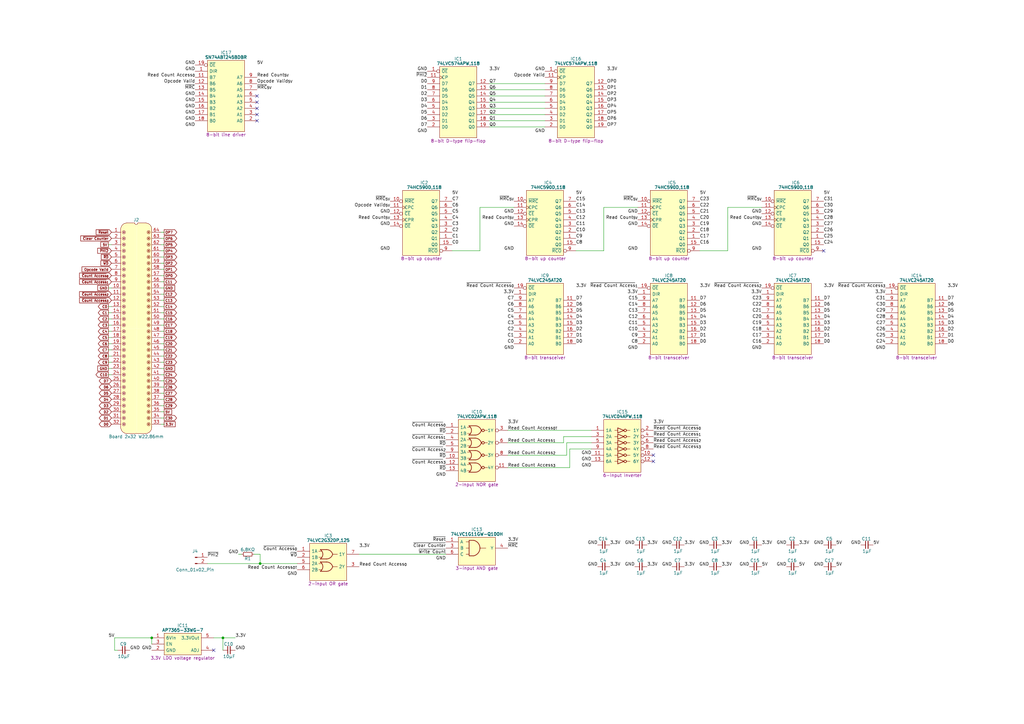
<source format=kicad_sch>
(kicad_sch (version 20250114) (generator "eeschema") (generator_version "9.0")
  (paper "A3")
  (title_block (title "Instruction Counter and Code") (date "2026-01-29") (rev "V1"))
  (lib_symbols
    (symbol "Connector:Conn_01x02_Pin" (pin_names (offset 1.016) (hide yes))
      (property "Reference" "J" (at 0 2.54 0))
      (property "Value" "Conn_01x02_Pin" (at 0 -5.08 0))
      (symbol "Conn_01x02_Pin_1_1"
        (pin passive line (at 5.08 0 180) (length 3.81) (name "Pin_1") (number "1"))
        (pin passive line (at 5.08 -2.54 180) (length 3.81) (name "Pin_2") (number "2"))
      )
    )
    (symbol "Diodes_Inc:74LVC245AT20" (pin_names (offset 0.762))
      (property "Reference" "IC" (at 12.7 5.08 0))
      (property "Value" "74LVC245AT20" (at 12.7 3.175 0))
      (property "Description" "8-bit transceiver" (at 12.7 -28.575 0))
      (symbol "74LVC245AT20_0_0"
        (pin input inverted (at 0 0 0) (length 5.08) (name "~{OE}") (number "19"))
        (pin input line (at 0 -2.54 0) (length 5.08) (name "DIR") (number "1"))
        (pin tri_state line (at 0 -5.08 0) (length 5.08) (name "A7") (number "9"))
        (pin tri_state line (at 0 -7.62 0) (length 5.08) (name "A6") (number "8"))
        (pin tri_state line (at 0 -10.16 0) (length 5.08) (name "A5") (number "7"))
        (pin tri_state line (at 0 -12.7 0) (length 5.08) (name "A4") (number "6"))
        (pin tri_state line (at 0 -15.24 0) (length 5.08) (name "A3") (number "5"))
        (pin tri_state line (at 0 -17.78 0) (length 5.08) (name "A2") (number "4"))
        (pin tri_state line (at 0 -20.32 0) (length 5.08) (name "A1") (number "3"))
        (pin tri_state line (at 0 -22.86 0) (length 5.08) (name "A0") (number "2"))
        (pin passive line (at 0 -25.4 0) (length 5.08) (hide yes) (name "GND") (number "10"))
        (pin tri_state line (at 25.4 -5.08 180) (length 5.08) (name "B7") (number "11"))
        (pin tri_state line (at 25.4 -7.62 180) (length 5.08) (name "B6") (number "12"))
        (pin tri_state line (at 25.4 -10.16 180) (length 5.08) (name "B5") (number "13"))
        (pin tri_state line (at 25.4 -12.7 180) (length 5.08) (name "B4") (number "14"))
        (pin tri_state line (at 25.4 -15.24 180) (length 5.08) (name "B3") (number "15"))
        (pin tri_state line (at 25.4 -17.78 180) (length 5.08) (name "B2") (number "16"))
        (pin tri_state line (at 25.4 -20.32 180) (length 5.08) (name "B1") (number "17"))
        (pin tri_state line (at 25.4 -22.86 180) (length 5.08) (name "B0") (number "18"))
      )
      (symbol "74LVC245AT20_1_0"
        (pin passive line (at 25.4 0 180) (length 5.08) (hide yes) (name "3V") (number "20"))
      )
    )
    (symbol "Diodes_Inc:AP7365-33WG-7" (pin_names (offset 0.762))
      (property "Reference" "IC" (at 12.7 5.08 0))
      (property "Value" "AP7365-33WG-7" (at 12.7 3.175 0))
      (property "Description" "3.3V LDO voltage regulator" (at 12.7 -8.255 0))
      (symbol "AP7365-33WG-7_0_0"
        (pin input line (at 0 -2.54 0) (length 5.08) (name "EN") (number "3"))
        (pin passive line (at 0 -5.08 0) (length 5.08) (name "GND") (number "2"))
        (pin passive line (at 25.4 -5.08 180) (length 5.08) (name "ADJ") (number "4"))
      )
      (symbol "AP7365-33WG-7_1_0"
        (pin passive line (at 0 0 0) (length 5.08) (name "6VIn") (number "1"))
        (pin passive line (at 25.4 0 180) (length 5.08) (name "3.3VOut") (number "5"))
      )
    )
    (symbol "HCP65:Board_02x32_W22.86mm" (pin_names (offset 1.016) (hide yes))
      (property "Reference" "J" (at 0 5.08 0))
      (property "Value" "Board 2x32 W22.86mm" (at 0 -83.82 0))
      (symbol "Board_02x32_W22.86mm_1_1"
        (pin passive line (at -10.16 0 0) (length 3.81) (name "") (number "1"))
        (pin passive line (at -10.16 -2.54 0) (length 3.81) (name "") (number "2"))
        (pin passive line (at -10.16 -5.08 0) (length 3.81) (name "") (number "3"))
        (pin passive line (at -10.16 -7.62 0) (length 3.81) (name "") (number "4"))
        (pin passive line (at -10.16 -10.16 0) (length 3.81) (name "") (number "5"))
        (pin passive line (at -10.16 -12.7 0) (length 3.81) (name "") (number "6"))
        (pin passive line (at -10.16 -15.24 0) (length 3.81) (name "") (number "7"))
        (pin passive line (at -10.16 -17.78 0) (length 3.81) (name "") (number "8"))
        (pin passive line (at -10.16 -20.32 0) (length 3.81) (name "") (number "9"))
        (pin passive line (at -10.16 -22.86 0) (length 3.81) (name "") (number "10"))
        (pin passive line (at -10.16 -25.4 0) (length 3.81) (name "") (number "11"))
        (pin passive line (at -10.16 -27.94 0) (length 3.81) (name "") (number "12"))
        (pin passive line (at -10.16 -30.48 0) (length 3.81) (name "") (number "13"))
        (pin passive line (at -10.16 -33.02 0) (length 3.81) (name "") (number "14"))
        (pin passive line (at -10.16 -35.56 0) (length 3.81) (name "") (number "15"))
        (pin passive line (at -10.16 -38.1 0) (length 3.81) (name "") (number "16"))
        (pin passive line (at -10.16 -40.64 0) (length 3.81) (name "") (number "17"))
        (pin passive line (at -10.16 -43.18 0) (length 3.81) (name "") (number "18"))
        (pin passive line (at -10.16 -45.72 0) (length 3.81) (name "") (number "19"))
        (pin passive line (at -10.16 -48.26 0) (length 3.81) (name "") (number "20"))
        (pin passive line (at -10.16 -50.8 0) (length 3.81) (name "") (number "21"))
        (pin passive line (at -10.16 -53.34 0) (length 3.81) (name "") (number "22"))
        (pin passive line (at -10.16 -55.88 0) (length 3.81) (name "") (number "23"))
        (pin passive line (at -10.16 -58.42 0) (length 3.81) (name "") (number "24"))
        (pin passive line (at -10.16 -60.96 0) (length 3.81) (name "") (number "25"))
        (pin passive line (at -10.16 -63.5 0) (length 3.81) (name "") (number "26"))
        (pin passive line (at -10.16 -66.04 0) (length 3.81) (name "") (number "27"))
        (pin passive line (at -10.16 -68.58 0) (length 3.81) (name "") (number "28"))
        (pin passive line (at -10.16 -71.12 0) (length 3.81) (name "") (number "29"))
        (pin passive line (at -10.16 -73.66 0) (length 3.81) (name "") (number "30"))
        (pin passive line (at -10.16 -76.2 0) (length 3.81) (name "") (number "31"))
        (pin passive line (at -10.16 -78.74 0) (length 3.81) (name "") (number "32"))
        (pin passive line (at 10.16 0 180) (length 3.81) (name "") (number "64"))
        (pin passive line (at 10.16 -2.54 180) (length 3.81) (name "") (number "63"))
        (pin passive line (at 10.16 -5.08 180) (length 3.81) (name "") (number "62"))
        (pin passive line (at 10.16 -7.62 180) (length 3.81) (name "") (number "61"))
        (pin passive line (at 10.16 -10.16 180) (length 3.81) (name "") (number "60"))
        (pin passive line (at 10.16 -12.7 180) (length 3.81) (name "") (number "59"))
        (pin passive line (at 10.16 -15.24 180) (length 3.81) (name "") (number "58"))
        (pin passive line (at 10.16 -17.78 180) (length 3.81) (name "") (number "57"))
        (pin passive line (at 10.16 -20.32 180) (length 3.81) (name "") (number "56"))
        (pin passive line (at 10.16 -22.86 180) (length 3.81) (name "") (number "55"))
        (pin passive line (at 10.16 -25.4 180) (length 3.81) (name "") (number "54"))
        (pin passive line (at 10.16 -27.94 180) (length 3.81) (name "") (number "53"))
        (pin passive line (at 10.16 -30.48 180) (length 3.81) (name "") (number "52"))
        (pin passive line (at 10.16 -33.02 180) (length 3.81) (name "") (number "51"))
        (pin passive line (at 10.16 -35.56 180) (length 3.81) (name "") (number "50"))
        (pin passive line (at 10.16 -38.1 180) (length 3.81) (name "") (number "49"))
        (pin passive line (at 10.16 -40.64 180) (length 3.81) (name "") (number "48"))
        (pin passive line (at 10.16 -43.18 180) (length 3.81) (name "") (number "47"))
        (pin passive line (at 10.16 -45.72 180) (length 3.81) (name "") (number "46"))
        (pin passive line (at 10.16 -48.26 180) (length 3.81) (name "") (number "45"))
        (pin passive line (at 10.16 -50.8 180) (length 3.81) (name "") (number "44"))
        (pin passive line (at 10.16 -53.34 180) (length 3.81) (name "") (number "43"))
        (pin passive line (at 10.16 -55.88 180) (length 3.81) (name "") (number "42"))
        (pin passive line (at 10.16 -58.42 180) (length 3.81) (name "") (number "41"))
        (pin passive line (at 10.16 -60.96 180) (length 3.81) (name "") (number "40"))
        (pin passive line (at 10.16 -63.5 180) (length 3.81) (name "") (number "39"))
        (pin passive line (at 10.16 -66.04 180) (length 3.81) (name "") (number "38"))
        (pin passive line (at 10.16 -68.58 180) (length 3.81) (name "") (number "37"))
        (pin passive line (at 10.16 -71.12 180) (length 3.81) (name "") (number "36"))
        (pin passive line (at 10.16 -73.66 180) (length 3.81) (name "") (number "35"))
        (pin passive line (at 10.16 -76.2 180) (length 3.81) (name "") (number "34"))
        (pin passive line (at 10.16 -78.74 180) (length 3.81) (name "") (number "33"))
      )
    )
    (symbol "HCP65:C_0805" (pin_numbers (hide yes)) (pin_names (offset 0.254) (hide yes))
      (property "Reference" "C" (at 2.286 2.54 0))
      (property "Value" "?μF" (at 2.54 -2.54 0))
      (symbol "C_0805_1_1"
        (pin passive line (at 0 0 0) (length 2.032) (name "~") (number "1"))
        (pin passive line (at 5.08 0 180) (length 2.032) (name "~") (number "2"))
      )
    )
    (symbol "HCP65:R_0805" (pin_numbers (hide yes)) (pin_names (hide yes))
      (property "Reference" "R" (at 2.54 1.778 0))
      (property "Value" "?Ω" (at 2.54 -1.905 0))
      (symbol "R_0805_1_1"
        (pin passive line (at 0 0 0) (length 0.72) (name "~") (number "1"))
        (pin passive line (at 5.08 0 180) (length 0.72) (name "~") (number "2"))
      )
    )
    (symbol "Nexperia:74HC590D,118" (pin_names (offset 0.762))
      (property "Reference" "IC" (at 13.97 7.62 0))
      (property "Value" "74HC590D,118" (at 13.97 5.715 0))
      (property "Description" "8-bit up counter" (at 13.335 -23.495 0))
      (symbol "74HC590D,118_0_0"
        (pin input inverted (at 0 0 0) (length 5.08) (name "~{MRC}") (number "10"))
        (pin input clock (at 0 -2.54 0) (length 5.08) (name "CPC") (number "11"))
        (pin input inverted (at 0 -5.08 0) (length 5.08) (name "~{CE}") (number "12"))
        (pin input clock (at 0 -7.62 0) (length 5.08) (name "CPR") (number "13"))
        (pin input inverted (at 0 -10.16 0) (length 5.08) (name "~{OE}") (number "14"))
        (pin passive line (at 0 -20.32 0) (length 5.08) (hide yes) (name "GND") (number "8"))
        (pin passive line (at 25.4 2.54 180) (length 5.08) (hide yes) (name "VCC") (number "16"))
        (pin tri_state line (at 25.4 0 180) (length 5.08) (name "Q7") (number "7"))
        (pin tri_state line (at 25.4 -2.54 180) (length 5.08) (name "Q6") (number "6"))
        (pin tri_state line (at 25.4 -5.08 180) (length 5.08) (name "Q5") (number "5"))
        (pin tri_state line (at 25.4 -7.62 180) (length 5.08) (name "Q4") (number "4"))
        (pin tri_state line (at 25.4 -10.16 180) (length 5.08) (name "Q3") (number "3"))
        (pin tri_state line (at 25.4 -12.7 180) (length 5.08) (name "Q2") (number "2"))
        (pin tri_state line (at 25.4 -15.24 180) (length 5.08) (name "Q1") (number "1"))
        (pin tri_state line (at 25.4 -17.78 180) (length 5.08) (name "Q0") (number "15"))
        (pin output inverted (at 25.4 -20.32 180) (length 5.08) (name "~{RCO}") (number "9"))
      )
    )
    (symbol "Nexperia:74LVC02APW,118" (pin_names (offset 0.762))
      (property "Reference" "IC" (at 12.7 6.35 0))
      (property "Value" "74LVC02APW,118" (at 12.7 4.445 0))
      (property "Description" "2-Input NOR gate" (at 12.7 -23.495 0))
      (symbol "74LVC02APW,118_0_0"
        (pin input line (at 0 0 0) (length 5.08) (name "1A") (number "1"))
        (pin input line (at 0 -2.54 0) (length 5.08) (name "1B") (number "2"))
        (pin input line (at 0 -5.08 0) (length 5.08) (name "2A") (number "4"))
        (pin input line (at 0 -7.62 0) (length 5.08) (name "2B") (number "5"))
        (pin input line (at 0 -10.16 0) (length 5.08) (name "3A") (number "9"))
        (pin input line (at 0 -12.7 0) (length 5.08) (name "3B") (number "10"))
        (pin input line (at 0 -15.24 0) (length 5.08) (name "4A") (number "12"))
        (pin input line (at 0 -17.78 0) (length 5.08) (name "4B") (number "13"))
        (pin passive line (at 0 -20.32 0) (length 5.08) (hide yes) (name "GND") (number "7"))
        (pin passive line (at 25.4 1.27 180) (length 5.08) (hide yes) (name "3V") (number "14"))
        (pin output inverted (at 25.4 -1.27 180) (length 5.08) (name "1Y") (number "3"))
        (pin output inverted (at 25.4 -6.35 180) (length 5.08) (name "2Y") (number "6"))
        (pin output inverted (at 25.4 -11.43 180) (length 5.08) (name "3Y") (number "8"))
        (pin output inverted (at 25.4 -16.51 180) (length 5.08) (name "4Y") (number "11"))
      )
    )
    (symbol "Nexperia:74LVC04APW,118" (pin_names (offset 0.762))
      (property "Reference" "IC" (at 12.7 7.62 0))
      (property "Value" "74LVC04APW,118" (at 12.7 5.715 0))
      (property "Description" "6-input inverter" (at 12.7 -18.415 0))
      (symbol "74LVC04APW,118_0_0"
        (pin input line (at 0 0 0) (length 5.08) (name "1A") (number "1"))
        (pin input line (at 0 -2.54 0) (length 5.08) (name "2A") (number "3"))
        (pin input line (at 0 -5.08 0) (length 5.08) (name "3A") (number "5"))
        (pin input line (at 0 -7.62 0) (length 5.08) (name "4A") (number "9"))
        (pin input line (at 0 -10.16 0) (length 5.08) (name "5A") (number "11"))
        (pin input line (at 0 -12.7 0) (length 5.08) (name "6A") (number "13"))
        (pin passive line (at 0 -15.24 0) (length 5.08) (hide yes) (name "GND") (number "7"))
        (pin passive line (at 25.4 2.54 180) (length 5.08) (hide yes) (name "3V") (number "14"))
        (pin output inverted (at 25.4 0 180) (length 5.08) (name "1Y") (number "2"))
        (pin output inverted (at 25.4 -2.54 180) (length 5.08) (name "2Y") (number "4"))
        (pin output inverted (at 25.4 -5.08 180) (length 5.08) (name "3Y") (number "6"))
        (pin output inverted (at 25.4 -7.62 180) (length 5.08) (name "4Y") (number "8"))
        (pin output inverted (at 25.4 -10.16 180) (length 5.08) (name "5Y") (number "10"))
        (pin output inverted (at 25.4 -12.7 180) (length 5.08) (name "6Y") (number "12"))
      )
    )
    (symbol "Nexperia:74LVC1G11GW-Q100H" (pin_names (offset 0.762))
      (property "Reference" "IC" (at 12.7 5.08 0))
      (property "Value" "74LVC1G11GW-Q100H" (at 12.7 3.175 0))
      (property "Description" "3-input AND gate" (at 12.7 -10.795 0))
      (symbol "74LVC1G11GW-Q100H_0_0"
        (pin input line (at 0 0 0) (length 5.08) (name "A") (number "1"))
        (pin input line (at 0 -2.54 0) (length 5.08) (name "B") (number "3"))
        (pin input line (at 0 -5.08 0) (length 5.08) (name "C") (number "6"))
        (pin output line (at 25.4 -2.54 180) (length 5.08) (name "Y") (number "4"))
      )
      (symbol "74LVC1G11GW-Q100H_1_0"
        (pin passive line (at 0 -7.62 0) (length 5.08) (hide yes) (name "GND") (number "2"))
        (pin passive line (at 25.4 0 180) (length 5.08) (hide yes) (name "3V") (number "5"))
      )
    )
    (symbol "Nexperia:74LVC2G32DP,125" (pin_names (offset 0.762))
      (property "Reference" "IC" (at 12.7 6.35 0))
      (property "Value" "74LVC2G32DP,125" (at 12.7 4.445 0))
      (property "Description" "2-input OR gate" (at 12.7 -13.335 0))
      (symbol "74LVC2G32DP,125_1_0"
        (pin input line (at 0 0 0) (length 5.08) (name "1A") (number "1"))
        (pin input line (at 0 -2.54 0) (length 5.08) (name "1B") (number "2"))
        (pin input line (at 0 -5.08 0) (length 5.08) (name "2A") (number "5"))
        (pin input line (at 0 -7.62 0) (length 5.08) (name "2B") (number "6"))
        (pin passive line (at 0 -10.16 0) (length 5.08) (hide yes) (name "GND") (number "4"))
        (pin passive line (at 25.4 1.27 180) (length 5.08) (hide yes) (name "VCC") (number "8"))
        (pin output line (at 25.4 -1.27 180) (length 5.08) (name "1Y") (number "7"))
        (pin output line (at 25.4 -6.35 180) (length 5.08) (name "2Y") (number "3"))
      )
    )
    (symbol "Nexperia:74LVC574APW,118" (pin_names (offset 0.762))
      (property "Reference" "IC" (at 12.7 5.08 0))
      (property "Value" "74LVC574APW,118" (at 12.7 3.175 0))
      (property "Description" "8-bit D-type flip-flop" (at 12.7 -28.575 0))
      (symbol "74LVC574APW,118_0_0"
        (pin input inverted (at 0 0 0) (length 5.08) (name "~{OE}") (number "1"))
        (pin input clock (at 0 -2.54 0) (length 5.08) (name "CP") (number "11"))
        (pin input line (at 0 -5.08 0) (length 5.08) (name "D7") (number "9"))
        (pin input line (at 0 -7.62 0) (length 5.08) (name "D6") (number "8"))
        (pin input line (at 0 -10.16 0) (length 5.08) (name "D5") (number "7"))
        (pin input line (at 0 -12.7 0) (length 5.08) (name "D4") (number "6"))
        (pin input line (at 0 -15.24 0) (length 5.08) (name "D3") (number "5"))
        (pin input line (at 0 -17.78 0) (length 5.08) (name "D2") (number "4"))
        (pin input line (at 0 -20.32 0) (length 5.08) (name "D1") (number "3"))
        (pin input line (at 0 -22.86 0) (length 5.08) (name "D0") (number "2"))
        (pin passive line (at 0 -25.4 0) (length 5.08) (hide yes) (name "GND") (number "10"))
        (pin passive line (at 25.4 0 180) (length 5.08) (hide yes) (name "3V") (number "20"))
        (pin tri_state line (at 25.4 -7.62 180) (length 5.08) (name "Q6") (number "13"))
        (pin tri_state line (at 25.4 -10.16 180) (length 5.08) (name "Q5") (number "14"))
        (pin tri_state line (at 25.4 -12.7 180) (length 5.08) (name "Q4") (number "15"))
        (pin tri_state line (at 25.4 -15.24 180) (length 5.08) (name "Q3") (number "16"))
        (pin tri_state line (at 25.4 -17.78 180) (length 5.08) (name "Q2") (number "17"))
        (pin tri_state line (at 25.4 -20.32 180) (length 5.08) (name "Q1") (number "18"))
        (pin tri_state line (at 25.4 -22.86 180) (length 5.08) (name "Q0") (number "19"))
      )
      (symbol "74LVC574APW,118_1_0"
        (pin tri_state line (at 25.4 -5.08 180) (length 5.08) (name "Q7") (number "12"))
      )
    )
    (symbol "Texas_Instruments:SN74ABT245BDBR" (pin_names (offset 0.762))
      (property "Reference" "IC" (at 12.7 5.08 0))
      (property "Value" "SN74ABT245BDBR" (at 12.7 3.175 0))
      (property "Description" "8-bit line driver" (at 12.7 -28.575 0))
      (symbol "SN74ABT245BDBR_0_0"
        (pin input inverted (at 0 0 0) (length 5.08) (name "~{OE}") (number "19"))
        (pin input line (at 0 -2.54 0) (length 5.08) (name "DIR") (number "1"))
        (pin tri_state line (at 0 -5.08 0) (length 5.08) (name "B7") (number "11"))
        (pin tri_state line (at 0 -7.62 0) (length 5.08) (name "B6") (number "12"))
        (pin tri_state line (at 0 -10.16 0) (length 5.08) (name "B5") (number "13"))
        (pin tri_state line (at 0 -12.7 0) (length 5.08) (name "B4") (number "14"))
        (pin tri_state line (at 0 -15.24 0) (length 5.08) (name "B3") (number "15"))
        (pin tri_state line (at 0 -17.78 0) (length 5.08) (name "B2") (number "16"))
        (pin tri_state line (at 0 -20.32 0) (length 5.08) (name "B1") (number "17"))
        (pin tri_state line (at 0 -22.86 0) (length 5.08) (name "B0") (number "18"))
        (pin passive line (at 0 -25.4 0) (length 5.08) (hide yes) (name "GND") (number "10"))
        (pin passive line (at 25.4 0 180) (length 5.08) (hide yes) (name "5V") (number "20"))
        (pin tri_state line (at 25.4 -5.08 180) (length 5.08) (name "A7") (number "9"))
        (pin tri_state line (at 25.4 -7.62 180) (length 5.08) (name "A6") (number "8"))
        (pin tri_state line (at 25.4 -10.16 180) (length 5.08) (name "A5") (number "7"))
        (pin tri_state line (at 25.4 -12.7 180) (length 5.08) (name "A4") (number "6"))
        (pin tri_state line (at 25.4 -15.24 180) (length 5.08) (name "A3") (number "5"))
        (pin tri_state line (at 25.4 -17.78 180) (length 5.08) (name "A2") (number "4"))
        (pin tri_state line (at 25.4 -20.32 180) (length 5.08) (name "A1") (number "3"))
        (pin tri_state line (at 25.4 -22.86 180) (length 5.08) (name "A0") (number "2"))
      )
    )
  )
  (junction (at 91.44 261.62))
  (junction (at 62.23 261.62))
  (junction (at 106.68 231.14))
  (no_connect (at 337.82 102.87))
  (no_connect (at 105.41 41.91))
  (no_connect (at 267.97 189.23))
  (no_connect (at 267.97 186.69))
  (no_connect (at 105.41 46.99))
  (no_connect (at 105.41 49.53))
  (no_connect (at 105.41 44.45))
  (no_connect (at 87.63 266.7))
  (no_connect (at 105.41 39.37))
  (wire (pts (xy 200.66 49.53) (xy 223.52 49.53)))
  (wire (pts (xy 97.79 227.33) (xy 99.06 227.33)))
  (wire (pts (xy 67.31 120.65) (xy 66.04 120.65)))
  (wire (pts (xy 106.68 227.33) (xy 106.68 231.14)))
  (wire (pts (xy 67.31 123.19) (xy 66.04 123.19)))
  (wire (pts (xy 233.68 184.15) (xy 233.68 191.77)))
  (wire (pts (xy 67.31 143.51) (xy 66.04 143.51)))
  (wire (pts (xy 44.45 133.35) (xy 45.72 133.35)))
  (wire (pts (xy 200.66 52.07) (xy 223.52 52.07)))
  (wire (pts (xy 200.66 39.37) (xy 223.52 39.37)))
  (wire (pts (xy 67.31 161.29) (xy 66.04 161.29)))
  (wire (pts (xy 67.31 107.95) (xy 66.04 107.95)))
  (wire (pts (xy 231.14 179.07) (xy 242.57 179.07)))
  (wire (pts (xy 44.45 130.81) (xy 45.72 130.81)))
  (wire (pts (xy 312.42 85.09) (xy 298.45 85.09)))
  (wire (pts (xy 44.45 128.27) (xy 45.72 128.27)))
  (wire (pts (xy 196.85 102.87) (xy 185.42 102.87)))
  (wire (pts (xy 200.66 34.29) (xy 223.52 34.29)))
  (wire (pts (xy 208.28 181.61) (xy 231.14 181.61)))
  (wire (pts (xy 67.31 110.49) (xy 66.04 110.49)))
  (wire (pts (xy 200.66 46.99) (xy 223.52 46.99)))
  (wire (pts (xy 67.31 140.97) (xy 66.04 140.97)))
  (wire (pts (xy 231.14 181.61) (xy 231.14 179.07)))
  (wire (pts (xy 44.45 100.33) (xy 45.72 100.33)))
  (wire (pts (xy 46.99 261.62) (xy 62.23 261.62)))
  (wire (pts (xy 67.31 105.41) (xy 66.04 105.41)))
  (wire (pts (xy 46.99 266.7) (xy 48.26 266.7)))
  (wire (pts (xy 67.31 173.99) (xy 66.04 173.99)))
  (wire (pts (xy 67.31 135.89) (xy 66.04 135.89)))
  (wire (pts (xy 200.66 36.83) (xy 223.52 36.83)))
  (wire (pts (xy 104.14 227.33) (xy 106.68 227.33)))
  (wire (pts (xy 62.23 261.62) (xy 62.23 264.16)))
  (wire (pts (xy 44.45 138.43) (xy 45.72 138.43)))
  (wire (pts (xy 67.31 146.05) (xy 66.04 146.05)))
  (wire (pts (xy 106.68 231.14) (xy 121.92 231.14)))
  (wire (pts (xy 67.31 133.35) (xy 66.04 133.35)))
  (wire (pts (xy 44.45 143.51) (xy 45.72 143.51)))
  (wire (pts (xy 67.31 115.57) (xy 66.04 115.57)))
  (wire (pts (xy 233.68 191.77) (xy 208.28 191.77)))
  (wire (pts (xy 87.63 261.62) (xy 91.44 261.62)))
  (wire (pts (xy 67.31 163.83) (xy 66.04 163.83)))
  (wire (pts (xy 67.31 168.91) (xy 66.04 168.91)))
  (wire (pts (xy 67.31 100.33) (xy 66.04 100.33)))
  (wire (pts (xy 67.31 158.75) (xy 66.04 158.75)))
  (wire (pts (xy 67.31 118.11) (xy 66.04 118.11)))
  (wire (pts (xy 44.45 118.11) (xy 45.72 118.11)))
  (wire (pts (xy 210.82 85.09) (xy 196.85 85.09)))
  (wire (pts (xy 67.31 151.13) (xy 66.04 151.13)))
  (wire (pts (xy 261.62 85.09) (xy 247.65 85.09)))
  (wire (pts (xy 44.45 125.73) (xy 45.72 125.73)))
  (wire (pts (xy 298.45 85.09) (xy 298.45 102.87)))
  (wire (pts (xy 67.31 156.21) (xy 66.04 156.21)))
  (wire (pts (xy 44.45 148.59) (xy 45.72 148.59)))
  (wire (pts (xy 247.65 102.87) (xy 236.22 102.87)))
  (wire (pts (xy 44.45 146.05) (xy 45.72 146.05)))
  (wire (pts (xy 67.31 171.45) (xy 66.04 171.45)))
  (wire (pts (xy 67.31 130.81) (xy 66.04 130.81)))
  (wire (pts (xy 67.31 125.73) (xy 66.04 125.73)))
  (wire (pts (xy 67.31 153.67) (xy 66.04 153.67)))
  (wire (pts (xy 67.31 128.27) (xy 66.04 128.27)))
  (wire (pts (xy 46.99 261.62) (xy 46.99 266.7)))
  (wire (pts (xy 196.85 85.09) (xy 196.85 102.87)))
  (wire (pts (xy 67.31 138.43) (xy 66.04 138.43)))
  (wire (pts (xy 242.57 181.61) (xy 232.41 181.61)))
  (wire (pts (xy 232.41 181.61) (xy 232.41 186.69)))
  (wire (pts (xy 67.31 148.59) (xy 66.04 148.59)))
  (wire (pts (xy 85.09 231.14) (xy 106.68 231.14)))
  (wire (pts (xy 91.44 261.62) (xy 96.52 261.62)))
  (wire (pts (xy 232.41 186.69) (xy 208.28 186.69)))
  (wire (pts (xy 298.45 102.87) (xy 287.02 102.87)))
  (wire (pts (xy 67.31 102.87) (xy 66.04 102.87)))
  (wire (pts (xy 67.31 113.03) (xy 66.04 113.03)))
  (wire (pts (xy 67.31 95.25) (xy 66.04 95.25)))
  (wire (pts (xy 91.44 266.7) (xy 91.44 261.62)))
  (wire (pts (xy 44.45 140.97) (xy 45.72 140.97)))
  (wire (pts (xy 200.66 41.91) (xy 223.52 41.91)))
  (wire (pts (xy 44.45 135.89) (xy 45.72 135.89)))
  (wire (pts (xy 247.65 85.09) (xy 247.65 102.87)))
  (wire (pts (xy 200.66 44.45) (xy 223.52 44.45)))
  (wire (pts (xy 67.31 166.37) (xy 66.04 166.37)))
  (wire (pts (xy 44.45 153.67) (xy 45.72 153.67)))
  (wire (pts (xy 242.57 184.15) (xy 233.68 184.15)))
  (wire (pts (xy 208.28 176.53) (xy 242.57 176.53)))
  (wire (pts (xy 147.32 227.33) (xy 182.88 227.33)))
  (wire (pts (xy 44.45 151.13) (xy 45.72 151.13)))
  (wire (pts (xy 67.31 97.79) (xy 66.04 97.79)))
  (label "C4" (at 210.82 130.81 180))
  (label "C14" (at 236.22 85.09 0))
  (label "GND" (at 160.02 87.63 180))
  (label "C0" (at 185.42 100.33 0))
  (label "~{Count Access}_{0}" (at 121.92 226.06 180))
  (label "Read Count Access_{2}" (at 208.28 186.69 0))
  (label "GND" (at 312.42 87.63 180))
  (label "5V" (at 358.14 223.52 0))
  (label "C17" (at 287.02 97.79 0))
  (label "GND" (at 275.59 223.52 180))
  (label "D3" (at 236.22 133.35 0))
  (label "OP5" (at 248.92 46.99 0))
  (label "D7" (at 388.62 123.19 0))
  (label "C15" (at 236.22 82.55 0))
  (label "GND" (at 53.34 266.7 0))
  (label "D2" (at 236.22 135.89 0))
  (label "C4" (at 185.42 90.17 0))
  (label "Q5" (at 200.66 39.37 0))
  (label "Read Count Access_{1}" (at 208.28 181.61 0))
  (label "Opcode Valid" (at 223.52 31.75 180))
  (label "~{WD}" (at 121.92 228.6 180))
  (label "Read Count_{5V}" (at 160.02 90.17 180))
  (label "GND" (at 290.83 232.41 180))
  (label "~{Clear Counter}" (at 182.88 224.79 180))
  (label "5V" (at 185.42 80.01 0))
  (label "C24" (at 337.82 100.33 0))
  (label "5V" (at 327.66 232.41 0))
  (label "~{MRC}_{5V}" (at 160.02 82.55 180))
  (label "D1" (at 388.62 138.43 0))
  (label "Read Count_{5V}" (at 105.41 31.75 0))
  (label "3.3V" (at 208.28 222.25 0))
  (label "GND" (at 337.82 232.41 180))
  (label "C16" (at 287.02 100.33 0))
  (label "OP0" (at 248.92 34.29 0))
  (label "D0" (at 175.26 34.29 180))
  (label "Opcode Valid" (at 80.01 34.29 180))
  (label "Read Count_{5V}" (at 261.62 90.17 180))
  (label "D1" (at 337.82 138.43 0))
  (label "GND" (at 261.62 102.87 180))
  (label "C21" (at 287.02 87.63 0))
  (label "3.3V" (at 280.67 223.52 0))
  (label "5V" (at 105.41 26.67 0))
  (label "Opcode Valid_{5V}" (at 105.41 34.29 0))
  (label "GND" (at 80.01 41.91 180))
  (label "D0" (at 388.62 140.97 0))
  (label "C13" (at 261.62 128.27 180))
  (label "C27" (at 363.22 133.35 180))
  (label "GND" (at 245.11 232.41 180))
  (label "3.3V" (at 337.82 118.11 0))
  (label "~{Count Access}_{0}" (at 182.88 175.26 180))
  (label "GND" (at 223.52 54.61 180))
  (label "~{Reset}" (at 182.88 222.25 180))
  (label "C12" (at 261.62 130.81 180))
  (label "C17" (at 312.42 138.43 180))
  (label "3.3V" (at 96.52 261.62 0))
  (label "D2" (at 175.26 39.37 180))
  (label "C15" (at 261.62 123.19 180))
  (label "~{MRC}_{5V}" (at 105.41 36.83 0))
  (label "D5" (at 337.82 128.27 0))
  (label "C2" (at 210.82 135.89 180))
  (label "GND" (at 121.92 236.22 180))
  (label "Q6" (at 200.66 36.83 0))
  (label "D0" (at 337.82 140.97 0))
  (label "3.3V" (at 280.67 232.41 0))
  (label "D5" (at 236.22 128.27 0))
  (label "5V" (at 312.42 232.41 0))
  (label "GND" (at 312.42 92.71 180))
  (label "~{RD}" (at 182.88 182.88 180))
  (label "D2" (at 287.02 135.89 0))
  (label "OP2" (at 248.92 39.37 0))
  (label "D3" (at 337.82 133.35 0))
  (label "5V" (at 236.22 80.01 0))
  (label "3.3V" (at 250.19 223.52 0))
  (label "~{MRC}" (at 208.28 224.79 0))
  (label "~{Count Access}_{2}" (at 182.88 185.42 180))
  (label "Q1" (at 200.66 49.53 0))
  (label "C13" (at 236.22 87.63 0))
  (label "~{RD}" (at 182.88 177.8 180))
  (label "Q0" (at 200.66 52.07 0))
  (label "3.3V" (at 388.62 118.11 0))
  (label "C31" (at 363.22 123.19 180))
  (label "Read Count Access_{0}" (at 80.01 31.75 180))
  (label "3.3V" (at 248.92 29.21 0))
  (label "C8" (at 261.62 140.97 180))
  (label "C23" (at 312.42 123.19 180))
  (label "3.3V" (at 312.42 223.52 0))
  (label "GND" (at 261.62 87.63 180))
  (label "C6" (at 185.42 85.09 0))
  (label "GND" (at 275.59 232.41 180))
  (label "GND" (at 80.01 26.67 180))
  (label "D6" (at 388.62 125.73 0))
  (label "3.3V" (at 267.97 173.99 0))
  (label "GND" (at 80.01 44.45 180))
  (label "C27" (at 337.82 92.71 0))
  (label "3.3V" (at 261.62 120.65 180))
  (label "D5" (at 287.02 128.27 0))
  (label "GND" (at 80.01 39.37 180))
  (label "3.3V" (at 287.02 118.11 0))
  (label "~{PHI2}" (at 175.26 31.75 180))
  (label "Read Count_{5V}" (at 210.82 90.17 180))
  (label "OP7" (at 248.92 52.07 0))
  (label "GND" (at 62.23 266.7 180))
  (label "OP3" (at 248.92 41.91 0))
  (label "GND" (at 182.88 229.87 180))
  (label "C10" (at 236.22 95.25 0))
  (label "C19" (at 312.42 133.35 180))
  (label "D4" (at 236.22 130.81 0))
  (label "D7" (at 236.22 123.19 0))
  (label "~{Count Access}_{3}" (at 182.88 190.5 180))
  (label "Q2" (at 200.66 46.99 0))
  (label "D4" (at 287.02 130.81 0))
  (label "3.3V" (at 363.22 120.65 180))
  (label "3.3V" (at 200.66 29.21 0))
  (label "GND" (at 242.57 186.69 180))
  (label "C26" (at 363.22 135.89 180))
  (label "C23" (at 287.02 82.55 0))
  (label "3.3V" (at 312.42 120.65 180))
  (label "D6" (at 287.02 125.73 0))
  (label "3.3V" (at 250.19 232.41 0))
  (label "C9" (at 236.22 97.79 0))
  (label "Read Count Access_{0T}" (at 208.28 176.53 0))
  (label "GND" (at 312.42 143.51 180))
  (label "3.3V" (at 295.91 232.41 0))
  (label "GND" (at 242.57 189.23 180))
  (label "GND" (at 80.01 29.21 180))
  (label "3.3V" (at 327.66 223.52 0))
  (label "5V" (at 337.82 80.01 0))
  (label "C25" (at 337.82 97.79 0))
  (label "OP1" (at 248.92 36.83 0))
  (label "GND" (at 261.62 92.71 180))
  (label "GND" (at 337.82 223.52 180))
  (label "GND" (at 261.62 143.51 180))
  (label "~{Read Count Access}_{0}" (at 267.97 176.53 0))
  (label "3.3V" (at 265.43 232.41 0))
  (label "C28" (at 337.82 90.17 0))
  (label "~{MRC}_{5V}" (at 210.82 82.55 180))
  (label "C3" (at 210.82 133.35 180))
  (label "GND" (at 175.26 54.61 180))
  (label "OP6" (at 248.92 49.53 0))
  (label "D1" (at 287.02 138.43 0))
  (label "GND" (at 97.79 227.33 180))
  (label "GND" (at 245.11 223.52 180))
  (label "GND" (at 307.34 232.41 180))
  (label "D4" (at 388.62 130.81 0))
  (label "C30" (at 337.82 85.09 0))
  (label "~{Read Count Access}_{1}" (at 267.97 179.07 0))
  (label "D4" (at 175.26 44.45 180))
  (label "C30" (at 363.22 125.73 180))
  (label "D5" (at 388.62 128.27 0))
  (label "C20" (at 287.02 90.17 0))
  (label "C22" (at 287.02 85.09 0))
  (label "~{MRC}_{5V}" (at 261.62 82.55 180))
  (label "D7" (at 337.82 123.19 0))
  (label "C6" (at 210.82 125.73 180))
  (label "~{RD}" (at 182.88 193.04 180))
  (label "C29" (at 363.22 128.27 180))
  (label "~{PHI2}" (at 85.09 228.6 0))
  (label "C9" (at 261.62 138.43 180))
  (label "C26" (at 337.82 95.25 0))
  (label "5V" (at 342.9 223.52 0))
  (label "D7" (at 175.26 52.07 180))
  (label "5V" (at 342.9 232.41 0))
  (label "~{MRC}_{5V}" (at 312.42 82.55 180))
  (label "C16" (at 312.42 140.97 180))
  (label "D6" (at 337.82 125.73 0))
  (label "~{Write Count}" (at 182.88 227.33 180))
  (label "3.3V" (at 265.43 223.52 0))
  (label "D0" (at 236.22 140.97 0))
  (label "C25" (at 363.22 138.43 180))
  (label "GND" (at 210.82 87.63 180))
  (label "C8" (at 236.22 100.33 0))
  (label "D5" (at 175.26 46.99 180))
  (label "3.3V" (at 208.28 173.99 0))
  (label "~{Read Count Access}_{3}" (at 363.22 118.11 180))
  (label "5V" (at 287.02 80.01 0))
  (label "D0" (at 287.02 140.97 0))
  (label "Q7" (at 200.66 34.29 0))
  (label "GND" (at 96.52 266.7 0))
  (label "D2" (at 388.62 135.89 0))
  (label "Q3" (at 200.66 44.45 0))
  (label "GND" (at 363.22 143.51 180))
  (label "GND" (at 160.02 92.71 180))
  (label "D3" (at 287.02 133.35 0))
  (label "C12" (at 236.22 90.17 0))
  (label "D3" (at 175.26 41.91 180))
  (label "GND" (at 290.83 223.52 180))
  (label "C5" (at 185.42 87.63 0))
  (label "C1" (at 185.42 97.79 0))
  (label "GND" (at 80.01 46.99 180))
  (label "C22" (at 312.42 125.73 180))
  (label "D4" (at 337.82 130.81 0))
  (label "C24" (at 363.22 140.97 180))
  (label "~{MRC}" (at 80.01 36.83 180))
  (label "C2" (at 185.42 95.25 0))
  (label "GND" (at 80.01 49.53 180))
  (label "~{Count Access}_{1}" (at 182.88 180.34 180))
  (label "C18" (at 287.02 95.25 0))
  (label "D3" (at 388.62 133.35 0))
  (label "~{RD}" (at 182.88 187.96 180))
  (label "GND" (at 322.58 232.41 180))
  (label "GND" (at 210.82 92.71 180))
  (label "GND" (at 80.01 52.07 180))
  (label "OP4" (at 248.92 44.45 0))
  (label "GND" (at 312.42 102.87 180))
  (label "C5" (at 210.82 128.27 180))
  (label "D7" (at 287.02 123.19 0))
  (label "3.3V" (at 147.32 224.79 0))
  (label "D2" (at 337.82 135.89 0))
  (label "~{Read Count Access}_{3}" (at 267.97 184.15 0))
  (label "C7" (at 210.82 123.19 180))
  (label "GND" (at 175.26 29.21 180))
  (label "C14" (at 261.62 125.73 180))
  (label "D1" (at 175.26 36.83 180))
  (label "GND" (at 322.58 223.52 180))
  (label "D1" (at 236.22 138.43 0))
  (label "GND" (at 160.02 102.87 180))
  (label "D6" (at 175.26 49.53 180))
  (label "~{Read Count Access}_{2}" (at 312.42 118.11 180))
  (label "Read Count_{5V}" (at 312.42 90.17 180))
  (label "5V" (at 46.99 261.62 180))
  (label "C0" (at 210.82 140.97 180))
  (label "GND" (at 223.52 29.21 180))
  (label "C28" (at 363.22 130.81 180))
  (label "GND" (at 210.82 143.51 180))
  (label "C31" (at 337.82 82.55 0))
  (label "Opcode Valid_{5V}" (at 160.02 85.09 180))
  (label "GND" (at 242.57 191.77 180))
  (label "C21" (at 312.42 128.27 180))
  (label "C10" (at 261.62 135.89 180))
  (label "GND" (at 353.06 223.52 180))
  (label "3.3V" (at 236.22 118.11 0))
  (label "Read Count Access_{3}" (at 208.28 191.77 0))
  (label "3.3V" (at 210.82 120.65 180))
  (label "C3" (at 185.42 92.71 0))
  (label "GND" (at 260.35 223.52 180))
  (label "Read Count Access_{0T}" (at 121.92 233.68 180))
  (label "~{Read Count Access}_{2}" (at 267.97 181.61 0))
  (label "GND" (at 210.82 102.87 180))
  (label "D6" (at 236.22 125.73 0))
  (label "C18" (at 312.42 135.89 180))
  (label "~{Read Count Access}_{0}" (at 210.82 118.11 180))
  (label "GND" (at 307.34 223.52 180))
  (label "GND" (at 260.35 232.41 180))
  (label "Read Count Access_{0}" (at 147.32 232.41 0))
  (label "C29" (at 337.82 87.63 0))
  (label "C11" (at 236.22 92.71 0))
  (label "C19" (at 287.02 92.71 0))
  (label "GND" (at 182.88 195.58 180))
  (label "C20" (at 312.42 130.81 180))
  (label "C1" (at 210.82 138.43 180))
  (label "C11" (at 261.62 133.35 180))
  (label "3.3V" (at 295.91 223.52 0))
  (label "C7" (at 185.42 82.55 0))
  (label "Q4" (at 200.66 41.91 0))
  (label "~{Read Count Access}_{1}" (at 261.62 118.11 180))
  (global_label "C18" (shape output) (at 67.31 135.89 0) (effects (font (size 1 1) (thickness 0.2) (bold yes))) (property "Intersheetrefs" "${INTERSHEET_REFS}" (effects (hide yes))))
  (global_label "C1" (shape output) (at 44.45 128.27 180) (effects (font (size 1 1) (thickness 0.2) (bold yes))) (property "Intersheetrefs" "${INTERSHEET_REFS}" (effects (hide yes))))
  (global_label "D1" (shape tri_state) (at 45.72 171.45 180) (effects (font (size 1 1) (thickness 0.2) (bold yes))) (property "Intersheetrefs" "${INTERSHEET_REFS}" (effects (hide yes))))
  (global_label "C4" (shape output) (at 44.45 135.89 180) (effects (font (size 1 1) (thickness 0.2) (bold yes))) (property "Intersheetrefs" "${INTERSHEET_REFS}" (effects (hide yes))))
  (global_label "OP7" (shape output) (at 67.31 95.25 0) (effects (font (size 1 1) (thickness 0.2) (bold yes))) (property "Intersheetrefs" "${INTERSHEET_REFS}" (effects (hide yes))))
  (global_label "3.3V" (shape passive) (at 67.31 173.99 0) (effects (font (size 1 1) (thickness 0.2) (bold yes))) (property "Intersheetrefs" "${INTERSHEET_REFS}" (effects (hide yes))))
  (global_label "C9" (shape output) (at 44.45 148.59 180) (effects (font (size 1 1) (thickness 0.2) (bold yes))) (property "Intersheetrefs" "${INTERSHEET_REFS}" (effects (hide yes))))
  (global_label "C0" (shape output) (at 44.45 125.73 180) (effects (font (size 1 1) (thickness 0.2) (bold yes))) (property "Intersheetrefs" "${INTERSHEET_REFS}" (effects (hide yes))))
  (global_label "OP6" (shape output) (at 67.31 97.79 0) (effects (font (size 1 1) (thickness 0.2) (bold yes))) (property "Intersheetrefs" "${INTERSHEET_REFS}" (effects (hide yes))))
  (global_label "GND" (shape passive) (at 44.45 118.11 180) (effects (font (size 1 1) (thickness 0.2) (bold yes))) (property "Intersheetrefs" "${INTERSHEET_REFS}" (effects (hide yes))))
  (global_label "C16" (shape output) (at 67.31 130.81 0) (effects (font (size 1 1) (thickness 0.2) (bold yes))) (property "Intersheetrefs" "${INTERSHEET_REFS}" (effects (hide yes))))
  (global_label "OP2" (shape output) (at 67.31 107.95 0) (effects (font (size 1 1) (thickness 0.2) (bold yes))) (property "Intersheetrefs" "${INTERSHEET_REFS}" (effects (hide yes))))
  (global_label "D0" (shape tri_state) (at 45.72 173.99 180) (effects (font (size 1 1) (thickness 0.2) (bold yes))) (property "Intersheetrefs" "${INTERSHEET_REFS}" (effects (hide yes))))
  (global_label "D6" (shape tri_state) (at 45.72 158.75 180) (effects (font (size 1 1) (thickness 0.2) (bold yes))) (property "Intersheetrefs" "${INTERSHEET_REFS}" (effects (hide yes))))
  (global_label "C19" (shape output) (at 67.31 138.43 0) (effects (font (size 1 1) (thickness 0.2) (bold yes))) (property "Intersheetrefs" "${INTERSHEET_REFS}" (effects (hide yes))))
  (global_label "C23" (shape output) (at 67.31 148.59 0) (effects (font (size 1 1) (thickness 0.2) (bold yes))) (property "Intersheetrefs" "${INTERSHEET_REFS}" (effects (hide yes))))
  (global_label "C26" (shape output) (at 67.31 158.75 0) (effects (font (size 1 1) (thickness 0.2) (bold yes))) (property "Intersheetrefs" "${INTERSHEET_REFS}" (effects (hide yes))))
  (global_label "D3" (shape tri_state) (at 45.72 166.37 180) (effects (font (size 1 1) (thickness 0.2) (bold yes))) (property "Intersheetrefs" "${INTERSHEET_REFS}" (effects (hide yes))))
  (global_label "C8" (shape output) (at 44.45 146.05 180) (effects (font (size 1 1) (thickness 0.2) (bold yes))) (property "Intersheetrefs" "${INTERSHEET_REFS}" (effects (hide yes))))
  (global_label "C28" (shape output) (at 67.31 163.83 0) (effects (font (size 1 1) (thickness 0.2) (bold yes))) (property "Intersheetrefs" "${INTERSHEET_REFS}" (effects (hide yes))))
  (global_label "D5" (shape tri_state) (at 45.72 161.29 180) (effects (font (size 1 1) (thickness 0.2) (bold yes))) (property "Intersheetrefs" "${INTERSHEET_REFS}" (effects (hide yes))))
  (global_label "C13" (shape output) (at 67.31 123.19 0) (effects (font (size 1 1) (thickness 0.2) (bold yes))) (property "Intersheetrefs" "${INTERSHEET_REFS}" (effects (hide yes))))
  (global_label "C6" (shape output) (at 44.45 140.97 180) (effects (font (size 1 1) (thickness 0.2) (bold yes))) (property "Intersheetrefs" "${INTERSHEET_REFS}" (effects (hide yes))))
  (global_label "~{PHI2}" (shape input) (at 45.72 102.87 180) (effects (font (size 1 1) (thickness 0.2) (bold yes))) (property "Intersheetrefs" "${INTERSHEET_REFS}" (effects (hide yes))))
  (global_label "OP1" (shape output) (at 67.31 110.49 0) (effects (font (size 1 1) (thickness 0.2) (bold yes))) (property "Intersheetrefs" "${INTERSHEET_REFS}" (effects (hide yes))))
  (global_label "C3" (shape output) (at 44.45 133.35 180) (effects (font (size 1 1) (thickness 0.2) (bold yes))) (property "Intersheetrefs" "${INTERSHEET_REFS}" (effects (hide yes))))
  (global_label "Opcode Valid" (shape input) (at 45.72 110.49 180) (effects (font (size 1 1) (thickness 0.2) (bold yes))) (property "Intersheetrefs" "${INTERSHEET_REFS}" (effects (hide yes))))
  (global_label "OP0" (shape output) (at 67.31 113.03 0) (effects (font (size 1 1) (thickness 0.2) (bold yes))) (property "Intersheetrefs" "${INTERSHEET_REFS}" (effects (hide yes))))
  (global_label "D7" (shape tri_state) (at 45.72 156.21 180) (effects (font (size 1 1) (thickness 0.2) (bold yes))) (property "Intersheetrefs" "${INTERSHEET_REFS}" (effects (hide yes))))
  (global_label "C2" (shape output) (at 44.45 130.81 180) (effects (font (size 1 1) (thickness 0.2) (bold yes))) (property "Intersheetrefs" "${INTERSHEET_REFS}" (effects (hide yes))))
  (global_label "GND" (shape passive) (at 67.31 118.11 0) (effects (font (size 1 1) (thickness 0.2) (bold yes))) (property "Intersheetrefs" "${INTERSHEET_REFS}" (effects (hide yes))))
  (global_label "C22" (shape output) (at 67.31 146.05 0) (effects (font (size 1 1) (thickness 0.2) (bold yes))) (property "Intersheetrefs" "${INTERSHEET_REFS}" (effects (hide yes))))
  (global_label "C12" (shape output) (at 67.31 120.65 0) (effects (font (size 1 1) (thickness 0.2) (bold yes))) (property "Intersheetrefs" "${INTERSHEET_REFS}" (effects (hide yes))))
  (global_label "5V" (shape passive) (at 67.31 168.91 0) (effects (font (size 1 1) (thickness 0.2) (bold yes))) (property "Intersheetrefs" "${INTERSHEET_REFS}" (effects (hide yes))))
  (global_label "OP4" (shape output) (at 67.31 102.87 0) (effects (font (size 1 1) (thickness 0.2) (bold yes))) (property "Intersheetrefs" "${INTERSHEET_REFS}" (effects (hide yes))))
  (global_label "C27" (shape output) (at 67.31 161.29 0) (effects (font (size 1 1) (thickness 0.2) (bold yes))) (property "Intersheetrefs" "${INTERSHEET_REFS}" (effects (hide yes))))
  (global_label "C24" (shape output) (at 67.31 153.67 0) (effects (font (size 1 1) (thickness 0.2) (bold yes))) (property "Intersheetrefs" "${INTERSHEET_REFS}" (effects (hide yes))))
  (global_label "C21" (shape output) (at 67.31 143.51 0) (effects (font (size 1 1) (thickness 0.2) (bold yes))) (property "Intersheetrefs" "${INTERSHEET_REFS}" (effects (hide yes))))
  (global_label "~{Reset}" (shape input) (at 45.72 95.25 180) (effects (font (size 1 1) (thickness 0.2) (bold yes))) (property "Intersheetrefs" "${INTERSHEET_REFS}" (effects (hide yes))))
  (global_label "OP5" (shape output) (at 67.31 100.33 0) (effects (font (size 1 1) (thickness 0.2) (bold yes))) (property "Intersheetrefs" "${INTERSHEET_REFS}" (effects (hide yes))))
  (global_label "C29" (shape output) (at 67.31 166.37 0) (effects (font (size 1 1) (thickness 0.2) (bold yes))) (property "Intersheetrefs" "${INTERSHEET_REFS}" (effects (hide yes))))
  (global_label "D2" (shape tri_state) (at 45.72 168.91 180) (effects (font (size 1 1) (thickness 0.2) (bold yes))) (property "Intersheetrefs" "${INTERSHEET_REFS}" (effects (hide yes))))
  (global_label "GND" (shape passive) (at 44.45 151.13 180) (effects (font (size 1 1) (thickness 0.2) (bold yes))) (property "Intersheetrefs" "${INTERSHEET_REFS}" (effects (hide yes))))
  (global_label "~{Count Access}_{3}" (shape input) (at 45.72 123.19 180) (effects (font (size 1 1) (thickness 0.2) (bold yes))) (property "Intersheetrefs" "${INTERSHEET_REFS}" (effects (hide yes))))
  (global_label "C7" (shape output) (at 44.45 143.51 180) (effects (font (size 1 1) (thickness 0.2) (bold yes))) (property "Intersheetrefs" "${INTERSHEET_REFS}" (effects (hide yes))))
  (global_label "~{Count Access}_{1}" (shape input) (at 45.72 115.57 180) (effects (font (size 1 1) (thickness 0.2) (bold yes))) (property "Intersheetrefs" "${INTERSHEET_REFS}" (effects (hide yes))))
  (global_label "~{Count Access}_{0}" (shape input) (at 45.72 113.03 180) (effects (font (size 1 1) (thickness 0.2) (bold yes))) (property "Intersheetrefs" "${INTERSHEET_REFS}" (effects (hide yes))))
  (global_label "C5" (shape output) (at 44.45 138.43 180) (effects (font (size 1 1) (thickness 0.2) (bold yes))) (property "Intersheetrefs" "${INTERSHEET_REFS}" (effects (hide yes))))
  (global_label "C17" (shape output) (at 67.31 133.35 0) (effects (font (size 1 1) (thickness 0.2) (bold yes))) (property "Intersheetrefs" "${INTERSHEET_REFS}" (effects (hide yes))))
  (global_label "C11" (shape output) (at 67.31 115.57 0) (effects (font (size 1 1) (thickness 0.2) (bold yes))) (property "Intersheetrefs" "${INTERSHEET_REFS}" (effects (hide yes))))
  (global_label "5V" (shape passive) (at 44.45 100.33 180) (effects (font (size 1 1) (thickness 0.2) (bold yes))) (property "Intersheetrefs" "${INTERSHEET_REFS}" (effects (hide yes))))
  (global_label "C30" (shape output) (at 67.31 171.45 0) (effects (font (size 1 1) (thickness 0.2) (bold yes))) (property "Intersheetrefs" "${INTERSHEET_REFS}" (effects (hide yes))))
  (global_label "~{Count Access}_{2}" (shape input) (at 45.72 120.65 180) (effects (font (size 1 1) (thickness 0.2) (bold yes))) (property "Intersheetrefs" "${INTERSHEET_REFS}" (effects (hide yes))))
  (global_label "~{RD}" (shape input) (at 45.72 105.41 180) (effects (font (size 1 1) (thickness 0.2) (bold yes))) (property "Intersheetrefs" "${INTERSHEET_REFS}" (effects (hide yes))))
  (global_label "C15" (shape output) (at 67.31 128.27 0) (effects (font (size 1 1) (thickness 0.2) (bold yes))) (property "Intersheetrefs" "${INTERSHEET_REFS}" (effects (hide yes))))
  (global_label "C20" (shape output) (at 67.31 140.97 0) (effects (font (size 1 1) (thickness 0.2) (bold yes))) (property "Intersheetrefs" "${INTERSHEET_REFS}" (effects (hide yes))))
  (global_label "OP3" (shape output) (at 67.31 105.41 0) (effects (font (size 1 1) (thickness 0.2) (bold yes))) (property "Intersheetrefs" "${INTERSHEET_REFS}" (effects (hide yes))))
  (global_label "D4" (shape tri_state) (at 45.72 163.83 180) (effects (font (size 1 1) (thickness 0.2) (bold yes))) (property "Intersheetrefs" "${INTERSHEET_REFS}" (effects (hide yes))))
  (global_label "GND" (shape passive) (at 67.31 151.13 0) (effects (font (size 1 1) (thickness 0.2) (bold yes))) (property "Intersheetrefs" "${INTERSHEET_REFS}" (effects (hide yes))))
  (global_label "~{WD}" (shape input) (at 45.72 107.95 180) (effects (font (size 1 1) (thickness 0.2) (bold yes))) (property "Intersheetrefs" "${INTERSHEET_REFS}" (effects (hide yes))))
  (global_label "C10" (shape output) (at 44.45 153.67 180) (effects (font (size 1 1) (thickness 0.2) (bold yes))) (property "Intersheetrefs" "${INTERSHEET_REFS}" (effects (hide yes))))
  (global_label "~{Clear Counter}" (shape input) (at 45.72 97.79 180) (effects (font (size 1 1) (thickness 0.2) (bold yes))) (property "Intersheetrefs" "${INTERSHEET_REFS}" (effects (hide yes))))
  (global_label "C25" (shape output) (at 67.31 156.21 0) (effects (font (size 1 1) (thickness 0.2) (bold yes))) (property "Intersheetrefs" "${INTERSHEET_REFS}" (effects (hide yes))))
  (global_label "C14" (shape output) (at 67.31 125.73 0) (effects (font (size 1 1) (thickness 0.2) (bold yes))) (property "Intersheetrefs" "${INTERSHEET_REFS}" (effects (hide yes))))
  (symbol (lib_id "Nexperia:74HC590D,118") (at 261.62 82.55 0) (unit 1)
    (property "Reference" "IC5" (at 275.59 74.93 0))
    (property "Value" "74HC590D,118" (at 275.59 76.835 0) (effects (font (bold yes))))
    (property "Footprint" "SamacSys_Parts:SOIC127P600X175-16N" (effects (hide yes)))
    (property "Datasheet" "https://assets.nexperia.com/documents/data-sheet/74HC590.pdf" (effects (hide yes)))
    (property "Description" "8-bit up counter " (at 274.955 106.045 0))
    (property "Height" "1.75" (effects (hide yes)))
    (property "Mouser Part Number" "771-HC590D118" (effects (hide yes)))
    (property "Mouser Price/Stock" "https://www.mouser.co.uk/ProductDetail/Nexperia/74HC590D118?qs=P62ublwmbi%2FziKE5yUM7PQ%3D%3D" (effects (hide yes)))
    (property "Manufacturer_Name" "Nexperia" (effects (hide yes)))
    (property "Manufacturer_Part_Number" "74HC590D,118" (effects (hide yes)))
    (property "Silkscreen" "74HC590" (effects (hide yes)))
    (property "Garbage" "74HC590 - 8-bit binary counter with output register; 3-state@en-us" (effects (hide yes)))
  )
  (symbol (lib_id "HCP65:C_0805") (at 322.58 232.41 0) (unit 1)
    (property "Reference" "C16" (at 324.866 229.87 0))
    (property "Value" "1μF" (at 325.12 234.95 0))
    (property "Footprint" "SamacSys_Parts:C_0805" (effects (hide yes)))
  )
  (symbol (lib_id "HCP65:C_0805") (at 290.83 223.52 0) (unit 1)
    (property "Reference" "C3" (at 293.116 220.98 0))
    (property "Value" "1μF" (at 293.37 226.06 0))
    (property "Footprint" "SamacSys_Parts:C_0805" (effects (hide yes)))
  )
  (symbol (lib_id "Nexperia:74HC590D,118") (at 312.42 82.55 0) (unit 1)
    (property "Reference" "IC6" (at 326.39 74.93 0))
    (property "Value" "74HC590D,118" (at 326.39 76.835 0) (effects (font (bold yes))))
    (property "Footprint" "SamacSys_Parts:SOIC127P600X175-16N" (effects (hide yes)))
    (property "Datasheet" "https://assets.nexperia.com/documents/data-sheet/74HC590.pdf" (effects (hide yes)))
    (property "Description" "8-bit up counter " (at 325.755 106.045 0))
    (property "Height" "1.75" (effects (hide yes)))
    (property "Mouser Part Number" "771-HC590D118" (effects (hide yes)))
    (property "Mouser Price/Stock" "https://www.mouser.co.uk/ProductDetail/Nexperia/74HC590D118?qs=P62ublwmbi%2FziKE5yUM7PQ%3D%3D" (effects (hide yes)))
    (property "Manufacturer_Name" "Nexperia" (effects (hide yes)))
    (property "Manufacturer_Part_Number" "74HC590D,118" (effects (hide yes)))
    (property "Silkscreen" "74HC590" (effects (hide yes)))
    (property "Garbage" "74HC590 - 8-bit binary counter with output register; 3-state@en-us" (effects (hide yes)))
  )
  (symbol (lib_id "HCP65:C_0805") (at 91.44 266.7 0) (unit 1)
    (property "Reference" "C10" (at 93.726 264.16 0))
    (property "Value" "10μF" (at 93.98 269.24 0))
    (property "Footprint" "SamacSys_Parts:C_0805" (effects (hide yes)))
  )
  (symbol (lib_id "HCP65:C_0805") (at 307.34 232.41 0) (unit 1)
    (property "Reference" "C15" (at 309.626 229.87 0))
    (property "Value" "1μF" (at 309.88 234.95 0))
    (property "Footprint" "SamacSys_Parts:C_0805" (effects (hide yes)))
  )
  (symbol (lib_id "HCP65:C_0805") (at 48.26 266.7 0) (unit 1)
    (property "Reference" "C9" (at 50.546 264.16 0))
    (property "Value" "10μF" (at 50.8 269.24 0))
    (property "Footprint" "SamacSys_Parts:C_0805" (effects (hide yes)))
  )
  (symbol (lib_id "Diodes_Inc:74LVC245AT20") (at 261.62 118.11 0) (unit 1)
    (property "Reference" "IC8" (at 274.32 113.03 0))
    (property "Value" "74LVC245AT20" (at 274.32 114.935 0) (effects (font (bold yes))))
    (property "Footprint" "SamacSys_Parts:SOP65P640X120-20N" (effects (hide yes)))
    (property "Datasheet" "https://www.diodes.com/assets/Datasheets/74LVC245A.pdf" (effects (hide yes)))
    (property "Description" "8-bit transceiver" (at 274.32 146.685 0))
    (property "Height" "1.2" (effects (hide yes)))
    (property "Manufacturer_Name" "Diodes Inc." (effects (hide yes)))
    (property "Manufacturer_Part_Number" "74LVC245AT20-13" (effects (hide yes)))
    (property "Mouser Part Number" "621-74LVC245AT20-13" (effects (hide yes)))
    (property "Mouser Price/Stock" "https://www.mouser.co.uk/ProductDetail/Diodes-Incorporated/74LVC245AT20-13?qs=IvkZ4pJZlB2XcM151iWWTw%3D%3D" (effects (hide yes)))
    (property "Silkscreen" "74LVC245" (effects (hide yes)))
    (property "Garbage" "Bus Transceivers Octal Buffer Trans 3-State Outputs" (effects (hide yes)))
  )
  (symbol (lib_id "HCP65:C_0805") (at 260.35 232.41 0) (unit 1)
    (property "Reference" "C6" (at 262.636 229.87 0))
    (property "Value" "1μF" (at 262.89 234.95 0))
    (property "Footprint" "SamacSys_Parts:C_0805" (effects (hide yes)))
  )
  (symbol (lib_id "HCP65:C_0805") (at 290.83 232.41 0) (unit 1)
    (property "Reference" "C8" (at 293.116 229.87 0))
    (property "Value" "1μF" (at 293.37 234.95 0))
    (property "Footprint" "SamacSys_Parts:C_0805" (effects (hide yes)))
  )
  (symbol (lib_id "HCP65:C_0805") (at 337.82 232.41 0) (unit 1)
    (property "Reference" "C17" (at 340.106 229.87 0))
    (property "Value" "1μF" (at 340.36 234.95 0))
    (property "Footprint" "SamacSys_Parts:C_0805" (effects (hide yes)))
  )
  (symbol (lib_id "Connector:Conn_01x02_Pin") (at 80.01 228.6 0) (unit 1)
    (property "Reference" "J4" (at 80.01 226.06 0))
    (property "Value" "Conn_01x02_Pin" (at 80.01 233.68 0))
    (property "Footprint" "Connector_PinHeader_2.54mm:PinHeader_1x02_P2.54mm_Vertical" (effects (hide yes)))
    (property "Description" "Generic connector, single row, 01x02, script generated" (effects (hide yes)))
  )
  (symbol (lib_id "Nexperia:74LVC574APW,118") (at 223.52 29.21 0) (unit 1)
    (property "Reference" "IC16" (at 236.22 24.13 0))
    (property "Value" "74LVC574APW,118" (at 236.22 26.035 0) (effects (font (bold yes))))
    (property "Footprint" "SamacSys_Parts:SOP65P640X110-20N" (effects (hide yes)))
    (property "Datasheet" "https://assets.nexperia.com/documents/data-sheet/74LVC574A.pdf" (effects (hide yes)))
    (property "Description" "8-bit D-type flip-flop" (at 236.22 57.785 0))
    (property "Height" "1.1" (effects (hide yes)))
    (property "Manufacturer_Name" "Nexperia" (effects (hide yes)))
    (property "Manufacturer_Part_Number" "74LVC574APW,118" (effects (hide yes)))
    (property "Mouser Part Number" "771-74LVC574APW-T" (effects (hide yes)))
    (property "Mouser Price/Stock" "https://www.mouser.co.uk/ProductDetail/Nexperia/74LVC574APW118?qs=me8TqzrmIYXFXrN3QSTUuw%3D%3D" (effects (hide yes)))
    (property "Silkscreen" "74LVC574" (effects (hide yes)))
    (property "Garbage" "74LVC574A - Octal D-type flip-flop with 5 V tolerant inputs/outputs; positive edge-trigger (3-state)@en-us" (effects (hide yes)))
  )
  (symbol (lib_id "HCP65:C_0805") (at 275.59 232.41 0) (unit 1)
    (property "Reference" "C7" (at 277.876 229.87 0))
    (property "Value" "1μF" (at 278.13 234.95 0))
    (property "Footprint" "SamacSys_Parts:C_0805" (effects (hide yes)))
  )
  (symbol (lib_id "HCP65:C_0805") (at 245.11 232.41 0) (unit 1)
    (property "Reference" "C4" (at 247.396 229.87 0))
    (property "Value" "1μF" (at 247.65 234.95 0))
    (property "Footprint" "SamacSys_Parts:C_0805" (effects (hide yes)))
  )
  (symbol (lib_id "Nexperia:74LVC2G32DP,125") (at 121.92 226.06 0) (unit 1)
    (property "Reference" "IC3" (at 134.62 219.71 0))
    (property "Value" "74LVC2G32DP,125" (at 134.62 221.615 0) (effects (font (bold yes))))
    (property "Footprint" "SamacSys_Parts:SOP65P400X110-8N" (effects (hide yes)))
    (property "Datasheet" "https://assets.nexperia.com/documents/data-sheet/74LVC2G32.pdf" (effects (hide yes)))
    (property "Description" "2-input OR gate" (at 134.62 239.395 0))
    (property "Height" "1.1" (effects (hide yes)))
    (property "Manufacturer_Name" "Nexperia" (effects (hide yes)))
    (property "Manufacturer_Part_Number" "74LVC2G32DP,125" (effects (hide yes)))
    (property "Mouser Part Number" "771-LVC2G32DP125" (effects (hide yes)))
    (property "Mouser Price/Stock" "https://www.mouser.co.uk/ProductDetail/Nexperia/74LVC2G32DP125?qs=me8TqzrmIYW%2FQ9dGbQTEYg%3D%3D" (effects (hide yes)))
    (property "Silkscreen" "'2G32" (effects (hide yes)))
    (property "Garbage" "Nexperia 74LVC2G32DP,125, Dual 2-Input OR Logic Gate, 8-Pin TSSOP" (effects (hide yes)))
  )
  (symbol (lib_id "HCP65:C_0805") (at 260.35 223.52 0) (unit 1)
    (property "Reference" "C13" (at 262.636 220.98 0))
    (property "Value" "1μF" (at 262.89 226.06 0))
    (property "Footprint" "SamacSys_Parts:C_0805" (effects (hide yes)))
  )
  (symbol (lib_id "Nexperia:74LVC02APW,118") (at 182.88 175.26 0) (unit 1)
    (property "Reference" "IC10" (at 195.58 168.91 0))
    (property "Value" "74LVC02APW,118" (at 195.58 170.815 0) (effects (font (bold yes))))
    (property "Footprint" "SamacSys_Parts:SOP65P640X110-14N" (effects (hide yes)))
    (property "Datasheet" "https://assets.nexperia.com/documents/data-sheet/74LVC02A.pdf" (effects (hide yes)))
    (property "Description" "2-Input NOR gate" (at 195.58 198.755 0))
    (property "Height" "1.1" (effects (hide yes)))
    (property "Mouser Part Number" "771-74LVC02APW-T" (effects (hide yes)))
    (property "Mouser Price/Stock" "https://www.mouser.co.uk/ProductDetail/Nexperia/74LVC02APW118?qs=me8TqzrmIYX6VnwIC2vA2w%3D%3D" (effects (hide yes)))
    (property "Manufacturer_Name" "Nexperia" (effects (hide yes)))
    (property "Manufacturer_Part_Number" "74LVC02APW,118" (effects (hide yes)))
    (property "Silkscreen" "74LVC02" (effects (hide yes)))
    (property "Garbage" "Nexperia 74LVC02APW,118, Quad 2-Input NOR Logic Gate, 14-Pin TSSOP" (effects (hide yes)))
  )
  (symbol (lib_id "Diodes_Inc:74LVC245AT20") (at 363.22 118.11 0) (unit 1)
    (property "Reference" "IC14" (at 375.92 113.03 0))
    (property "Value" "74LVC245AT20" (at 375.92 114.935 0) (effects (font (bold yes))))
    (property "Footprint" "SamacSys_Parts:SOP65P640X120-20N" (effects (hide yes)))
    (property "Datasheet" "https://www.diodes.com/assets/Datasheets/74LVC245A.pdf" (effects (hide yes)))
    (property "Description" "8-bit transceiver" (at 375.92 146.685 0))
    (property "Height" "1.2" (effects (hide yes)))
    (property "Manufacturer_Name" "Diodes Inc." (effects (hide yes)))
    (property "Manufacturer_Part_Number" "74LVC245AT20-13" (effects (hide yes)))
    (property "Mouser Part Number" "621-74LVC245AT20-13" (effects (hide yes)))
    (property "Mouser Price/Stock" "https://www.mouser.co.uk/ProductDetail/Diodes-Incorporated/74LVC245AT20-13?qs=IvkZ4pJZlB2XcM151iWWTw%3D%3D" (effects (hide yes)))
    (property "Silkscreen" "74LVC245" (effects (hide yes)))
    (property "Garbage" "Bus Transceivers Octal Buffer Trans 3-State Outputs" (effects (hide yes)))
  )
  (symbol (lib_id "HCP65:C_0805") (at 275.59 223.52 0) (unit 1)
    (property "Reference" "C12" (at 277.876 220.98 0))
    (property "Value" "1μF" (at 278.13 226.06 0))
    (property "Footprint" "SamacSys_Parts:C_0805" (effects (hide yes)))
  )
  (symbol (lib_id "HCP65:C_0805") (at 307.34 223.52 0) (unit 1)
    (property "Reference" "C1" (at 309.626 220.98 0))
    (property "Value" "1μF" (at 309.88 226.06 0))
    (property "Footprint" "SamacSys_Parts:C_0805" (effects (hide yes)))
  )
  (symbol (lib_id "HCP65:C_0805") (at 353.06 223.52 0) (unit 1)
    (property "Reference" "C11" (at 355.346 220.98 0))
    (property "Value" "1μF" (at 355.6 226.06 0))
    (property "Footprint" "SamacSys_Parts:C_0805" (effects (hide yes)))
  )
  (symbol (lib_id "HCP65:C_0805") (at 322.58 223.52 0) (unit 1)
    (property "Reference" "C2" (at 324.866 220.98 0))
    (property "Value" "1μF" (at 325.12 226.06 0))
    (property "Footprint" "SamacSys_Parts:C_0805" (effects (hide yes)))
  )
  (symbol (lib_id "Diodes_Inc:AP7365-33WG-7") (at 62.23 261.62 0) (unit 1)
    (property "Reference" "IC11" (at 74.93 256.54 0))
    (property "Value" "AP7365-33WG-7" (at 74.93 258.445 0) (effects (font (bold yes))))
    (property "Footprint" "SamacSys_Parts:SOT95P285X130-5N" (effects (hide yes)))
    (property "Datasheet" "https://componentsearchengine.com/Datasheets/1/AP7365-33WG-7.pdf" (effects (hide yes)))
    (property "Description" "3.3V LDO voltage regulator" (at 74.93 269.875 0))
    (property "Height" "1.3" (effects (hide yes)))
    (property "Manufacturer_Name" "Diodes Inc." (effects (hide yes)))
    (property "Manufacturer_Part_Number" "AP7365-33WG-7" (effects (hide yes)))
    (property "Mouser Part Number" "621-AP7365-33WG-7" (effects (hide yes)))
    (property "Mouser Price/Stock" "https://www.mouser.co.uk/ProductDetail/Diodes-Incorporated/AP7365-33WG-7?qs=abZ1nkZpTuOZFvxvoFPL0w%3D%3D" (effects (hide yes)))
    (property "Arrow Part Number" "AP7365-33WG-7" (effects (hide yes)))
    (property "Arrow Price/Stock" "https://www.arrow.com/en/products/ap7365-33wg-7/diodes-incorporated?region=nac" (effects (hide yes)))
    (property "Silkscreen" "AP7365" (effects (hide yes)))
  )
  (symbol (lib_id "HCP65:R_0805") (at 104.14 227.33 180) (unit 1)
    (property "Reference" "R1" (at 101.6 229.108 0))
    (property "Value" "6.8KΩ" (at 101.6 225.425 0))
    (property "Footprint" "SamacSys_Parts:R_0805" (effects (hide yes)))
  )
  (symbol (lib_id "Nexperia:74LVC1G11GW-Q100H") (at 182.88 222.25 0) (unit 1)
    (property "Reference" "IC13" (at 195.58 217.17 0))
    (property "Value" "74LVC1G11GW-Q100H" (at 195.58 219.075 0) (effects (font (bold yes))))
    (property "Footprint" "SamacSys_Parts:SOP65P210X110-6N" (effects (hide yes)))
    (property "Datasheet" "https://assets.nexperia.com/documents/data-sheet/74LVC1G11_Q100.pdf" (effects (hide yes)))
    (property "Description" "3-input AND gate" (at 195.58 233.045 0))
    (property "Height" "1.1" (effects (hide yes)))
    (property "Manufacturer_Name" "Nexperia" (effects (hide yes)))
    (property "Manufacturer_Part_Number" "74LVC1G11GW-Q100H" (effects (hide yes)))
    (property "Mouser Part Number" "771-74LVC1G11GWQ100H" (effects (hide yes)))
    (property "Mouser Price/Stock" "https://www.mouser.co.uk/ProductDetail/Nexperia/74LVC1G11GW-Q100H?qs=cbprxTG2Yq8FEeh2WZ6ztg%3D%3D" (effects (hide yes)))
    (property "Silkscreen" "'1G11" (effects (hide yes)))
    (property "Garbage" "74LVC1G11-Q100 - Single 3-input AND gate@en-us" (effects (hide yes)))
  )
  (symbol (lib_id "Nexperia:74HC590D,118") (at 160.02 82.55 0) (unit 1)
    (property "Reference" "IC2" (at 173.99 74.93 0))
    (property "Value" "74HC590D,118" (at 173.99 76.835 0) (effects (font (bold yes))))
    (property "Footprint" "SamacSys_Parts:SOIC127P600X175-16N" (effects (hide yes)))
    (property "Datasheet" "https://assets.nexperia.com/documents/data-sheet/74HC590.pdf" (effects (hide yes)))
    (property "Description" "8-bit up counter " (at 173.355 106.045 0))
    (property "Height" "1.75" (effects (hide yes)))
    (property "Mouser Part Number" "771-HC590D118" (effects (hide yes)))
    (property "Mouser Price/Stock" "https://www.mouser.co.uk/ProductDetail/Nexperia/74HC590D118?qs=P62ublwmbi%2FziKE5yUM7PQ%3D%3D" (effects (hide yes)))
    (property "Manufacturer_Name" "Nexperia" (effects (hide yes)))
    (property "Manufacturer_Part_Number" "74HC590D,118" (effects (hide yes)))
    (property "Silkscreen" "74HC590" (effects (hide yes)))
    (property "Garbage" "74HC590 - 8-bit binary counter with output register; 3-state@en-us" (effects (hide yes)))
  )
  (symbol (lib_id "Diodes_Inc:74LVC245AT20") (at 312.42 118.11 0) (unit 1)
    (property "Reference" "IC7" (at 325.12 113.03 0))
    (property "Value" "74LVC245AT20" (at 325.12 114.935 0) (effects (font (bold yes))))
    (property "Footprint" "SamacSys_Parts:SOP65P640X120-20N" (effects (hide yes)))
    (property "Datasheet" "https://www.diodes.com/assets/Datasheets/74LVC245A.pdf" (effects (hide yes)))
    (property "Description" "8-bit transceiver" (at 325.12 146.685 0))
    (property "Height" "1.2" (effects (hide yes)))
    (property "Manufacturer_Name" "Diodes Inc." (effects (hide yes)))
    (property "Manufacturer_Part_Number" "74LVC245AT20-13" (effects (hide yes)))
    (property "Mouser Part Number" "621-74LVC245AT20-13" (effects (hide yes)))
    (property "Mouser Price/Stock" "https://www.mouser.co.uk/ProductDetail/Diodes-Incorporated/74LVC245AT20-13?qs=IvkZ4pJZlB2XcM151iWWTw%3D%3D" (effects (hide yes)))
    (property "Silkscreen" "74LVC245" (effects (hide yes)))
    (property "Garbage" "Bus Transceivers Octal Buffer Trans 3-State Outputs" (effects (hide yes)))
  )
  (symbol (lib_id "Diodes_Inc:74LVC245AT20") (at 210.82 118.11 0) (unit 1)
    (property "Reference" "IC9" (at 223.52 113.03 0))
    (property "Value" "74LVC245AT20" (at 223.52 114.935 0) (effects (font (bold yes))))
    (property "Footprint" "SamacSys_Parts:SOP65P640X120-20N" (effects (hide yes)))
    (property "Datasheet" "https://www.diodes.com/assets/Datasheets/74LVC245A.pdf" (effects (hide yes)))
    (property "Description" "8-bit transceiver" (at 223.52 146.685 0))
    (property "Height" "1.2" (effects (hide yes)))
    (property "Manufacturer_Name" "Diodes Inc." (effects (hide yes)))
    (property "Manufacturer_Part_Number" "74LVC245AT20-13" (effects (hide yes)))
    (property "Mouser Part Number" "621-74LVC245AT20-13" (effects (hide yes)))
    (property "Mouser Price/Stock" "https://www.mouser.co.uk/ProductDetail/Diodes-Incorporated/74LVC245AT20-13?qs=IvkZ4pJZlB2XcM151iWWTw%3D%3D" (effects (hide yes)))
    (property "Silkscreen" "74LVC245" (effects (hide yes)))
    (property "Garbage" "Bus Transceivers Octal Buffer Trans 3-State Outputs" (effects (hide yes)))
  )
  (symbol (lib_id "Nexperia:74HC590D,118") (at 210.82 82.55 0) (unit 1)
    (property "Reference" "IC4" (at 224.79 74.93 0))
    (property "Value" "74HC590D,118" (at 224.79 76.835 0) (effects (font (bold yes))))
    (property "Footprint" "SamacSys_Parts:SOIC127P600X175-16N" (effects (hide yes)))
    (property "Datasheet" "https://assets.nexperia.com/documents/data-sheet/74HC590.pdf" (effects (hide yes)))
    (property "Description" "8-bit up counter " (at 224.155 106.045 0))
    (property "Height" "1.75" (effects (hide yes)))
    (property "Mouser Part Number" "771-HC590D118" (effects (hide yes)))
    (property "Mouser Price/Stock" "https://www.mouser.co.uk/ProductDetail/Nexperia/74HC590D118?qs=P62ublwmbi%2FziKE5yUM7PQ%3D%3D" (effects (hide yes)))
    (property "Manufacturer_Name" "Nexperia" (effects (hide yes)))
    (property "Manufacturer_Part_Number" "74HC590D,118" (effects (hide yes)))
    (property "Silkscreen" "74HC590" (effects (hide yes)))
    (property "Garbage" "74HC590 - 8-bit binary counter with output register; 3-state@en-us" (effects (hide yes)))
  )
  (symbol (lib_id "HCP65:Board_02x32_W22.86mm") (at 55.88 95.25 0) (unit 1)
    (property "Reference" "J2" (at 55.88 90.17 0))
    (property "Value" "Board 2x32 W22.86mm" (at 55.88 179.07 0))
    (property "Footprint" "SamacSys_Parts:DIP-64_Board_W22.86mm" (effects (hide yes)))
  )
  (symbol (lib_id "Texas_Instruments:SN74ABT245BDBR") (at 80.01 26.67 0) (unit 1)
    (property "Reference" "IC17" (at 92.71 21.59 0))
    (property "Value" "SN74ABT245BDBR" (at 92.71 23.495 0) (effects (font (bold yes))))
    (property "Footprint" "SamacSys_Parts:SOP65P780X200-20N" (effects (hide yes)))
    (property "Datasheet" "http://www.ti.com/lit/gpn/sn74abt245b" (effects (hide yes)))
    (property "Description" "8-bit line driver" (at 92.71 55.245 0))
    (property "Height" "2" (effects (hide yes)))
    (property "Manufacturer_Name" "Texas Instruments" (effects (hide yes)))
    (property "Manufacturer_Part_Number" "SN74ABT245BDBR" (effects (hide yes)))
    (property "Mouser Part Number" "595-SN74ABT245BDBR" (effects (hide yes)))
    (property "Mouser Price/Stock" "https://www.mouser.co.uk/ProductDetail/Texas-Instruments/SN74ABT245BDBR?qs=5nGYs9Do7G0kvriH65mtcg%3D%3D" (effects (hide yes)))
    (property "Silkscreen" "74ABT245" (effects (hide yes)))
  )
  (symbol (lib_id "Nexperia:74LVC574APW,118") (at 175.26 29.21 0) (unit 1)
    (property "Reference" "IC1" (at 187.96 24.13 0))
    (property "Value" "74LVC574APW,118" (at 187.96 26.035 0) (effects (font (bold yes))))
    (property "Footprint" "SamacSys_Parts:SOP65P640X110-20N" (effects (hide yes)))
    (property "Datasheet" "https://assets.nexperia.com/documents/data-sheet/74LVC574A.pdf" (effects (hide yes)))
    (property "Description" "8-bit D-type flip-flop" (at 187.96 57.785 0))
    (property "Height" "1.1" (effects (hide yes)))
    (property "Manufacturer_Name" "Nexperia" (effects (hide yes)))
    (property "Manufacturer_Part_Number" "74LVC574APW,118" (effects (hide yes)))
    (property "Mouser Part Number" "771-74LVC574APW-T" (effects (hide yes)))
    (property "Mouser Price/Stock" "https://www.mouser.co.uk/ProductDetail/Nexperia/74LVC574APW118?qs=me8TqzrmIYXFXrN3QSTUuw%3D%3D" (effects (hide yes)))
    (property "Silkscreen" "74LVC574" (effects (hide yes)))
    (property "Garbage" "74LVC574A - Octal D-type flip-flop with 5 V tolerant inputs/outputs; positive edge-trigger (3-state)@en-us" (effects (hide yes)))
  )
  (symbol (lib_id "Nexperia:74LVC04APW,118") (at 242.57 176.53 0) (unit 1)
    (property "Reference" "IC15" (at 255.27 168.91 0))
    (property "Value" "74LVC04APW,118" (at 255.27 170.815 0) (effects (font (bold yes))))
    (property "Footprint" "SamacSys_Parts:SOP65P640X110-14N" (effects (hide yes)))
    (property "Datasheet" "https://assets.nexperia.com/documents/data-sheet/74LVC04A.pdf" (effects (hide yes)))
    (property "Description" "6-input inverter" (at 255.27 194.945 0))
    (property "Height" "1.1" (effects (hide yes)))
    (property "Manufacturer_Name" "Nexperia" (effects (hide yes)))
    (property "Manufacturer_Part_Number" "74LVC04APW,118" (effects (hide yes)))
    (property "Mouser Part Number" "771-74LVC04APW-T" (effects (hide yes)))
    (property "Mouser Price/Stock" "https://www.mouser.co.uk/ProductDetail/Nexperia/74LVC04APW118?qs=me8TqzrmIYUA5zXidd9%2F4g%3D%3D" (effects (hide yes)))
    (property "Silkscreen" "74LVC04" (effects (hide yes)))
  )
  (symbol (lib_id "HCP65:C_0805") (at 245.11 223.52 0) (unit 1)
    (property "Reference" "C14" (at 247.396 220.98 0))
    (property "Value" "1μF" (at 247.65 226.06 0))
    (property "Footprint" "SamacSys_Parts:C_0805" (effects (hide yes)))
  )
  (symbol (lib_id "HCP65:C_0805") (at 337.82 223.52 0) (unit 1)
    (property "Reference" "C5" (at 340.106 220.98 0))
    (property "Value" "1μF" (at 340.36 226.06 0))
    (property "Footprint" "SamacSys_Parts:C_0805" (effects (hide yes)))
  )
)
</source>
